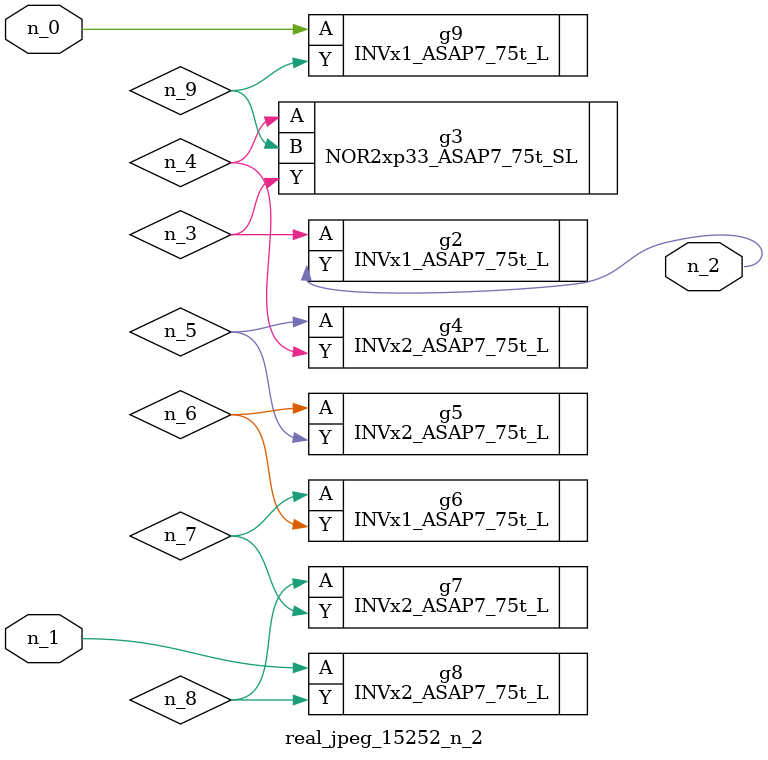
<source format=v>
module real_jpeg_15252_n_2 (n_1, n_0, n_2);

input n_1;
input n_0;

output n_2;

wire n_5;
wire n_4;
wire n_8;
wire n_6;
wire n_7;
wire n_3;
wire n_9;

INVx1_ASAP7_75t_L g9 ( 
.A(n_0),
.Y(n_9)
);

INVx2_ASAP7_75t_L g8 ( 
.A(n_1),
.Y(n_8)
);

INVx1_ASAP7_75t_L g2 ( 
.A(n_3),
.Y(n_2)
);

NOR2xp33_ASAP7_75t_SL g3 ( 
.A(n_4),
.B(n_9),
.Y(n_3)
);

INVx2_ASAP7_75t_L g4 ( 
.A(n_5),
.Y(n_4)
);

INVx2_ASAP7_75t_L g5 ( 
.A(n_6),
.Y(n_5)
);

INVx1_ASAP7_75t_L g6 ( 
.A(n_7),
.Y(n_6)
);

INVx2_ASAP7_75t_L g7 ( 
.A(n_8),
.Y(n_7)
);


endmodule
</source>
